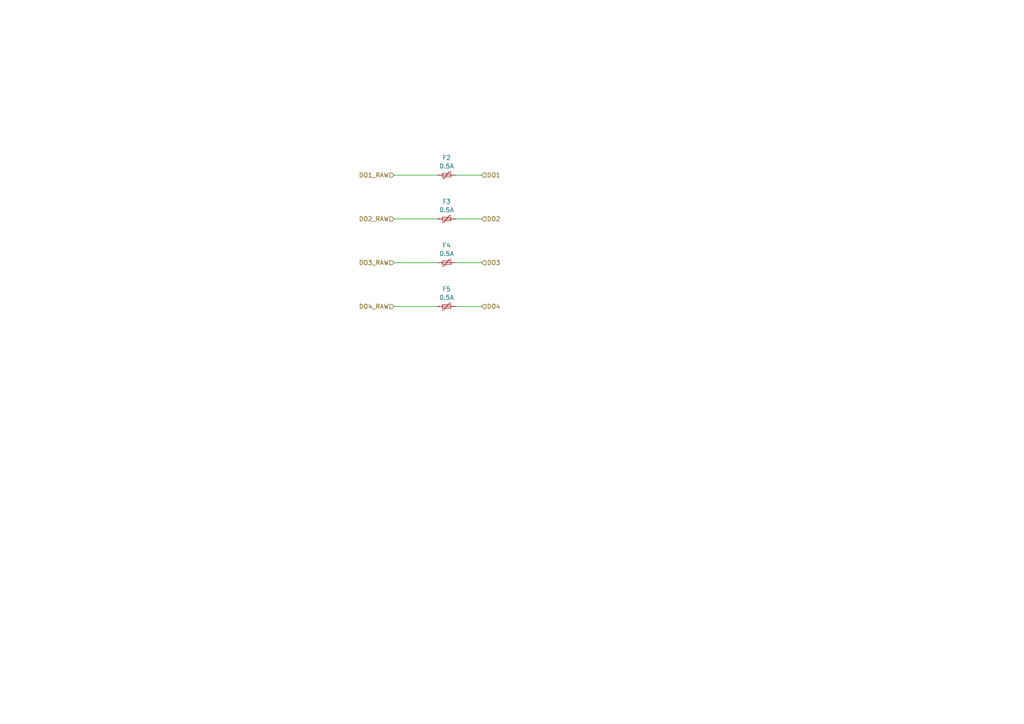
<source format=kicad_sch>
(kicad_sch (version 20231120) (generator "eeschema") (generator_version "8.0")
  (paper "A4")
  (title_block (title "CANBoard-Base") (date "2024-07-13") (rev "v1") (company "Dingo Electronics") (comment 1 "github.com/corygrant") (comment 2 "Cory Grant"))
  (lib_symbols
    (symbol "Device:Polyfuse_Small" (pin_numbers hide) (pin_names (offset 0))
      (property "Reference" "F" (at -1.905 0 90))
      (property "Value" "Polyfuse_Small" (at 1.905 0 90))
      (symbol "Polyfuse_Small_0_1"
        (rectangle (start -0.508 1.27) (end 0.508 -1.27))
        (polyline (pts (xy 0 2.54) (xy 0 -2.54)))
        (polyline (pts (xy -1.016 1.27) (xy -1.016 0.762) (xy 1.016 -0.762) (xy 1.016 -1.27)))
      )
      (symbol "Polyfuse_Small_1_1"
        (pin passive line (at 0 2.54 270) (length 0.635) (name "~") (number "1"))
        (pin passive line (at 0 -2.54 90) (length 0.635) (name "~") (number "2"))
      )
    )
  )
  (wire (pts (xy 114.3 50.8) (xy 127 50.8)))
  (wire (pts (xy 132.08 50.8) (xy 139.7 50.8)))
  (wire (pts (xy 114.3 76.2) (xy 127 76.2)))
  (wire (pts (xy 132.08 63.5) (xy 139.7 63.5)))
  (wire (pts (xy 114.3 88.9) (xy 127 88.9)))
  (wire (pts (xy 132.08 76.2) (xy 139.7 76.2)))
  (wire (pts (xy 114.3 63.5) (xy 127 63.5)))
  (wire (pts (xy 132.08 88.9) (xy 139.7 88.9)))
  (hierarchical_label "DO2_RAW" (shape input) (at 114.3 63.5 180))
  (hierarchical_label "DO4_RAW" (shape input) (at 114.3 88.9 180))
  (hierarchical_label "DO1_RAW" (shape input) (at 114.3 50.8 180))
  (hierarchical_label "DO2" (shape input) (at 139.7 63.5 0))
  (hierarchical_label "DO3" (shape input) (at 139.7 76.2 0))
  (hierarchical_label "DO4" (shape input) (at 139.7 88.9 0))
  (hierarchical_label "DO3_RAW" (shape input) (at 114.3 76.2 180))
  (hierarchical_label "DO1" (shape input) (at 139.7 50.8 0))
  (symbol (lib_id "Device:Polyfuse_Small") (at 129.54 76.2 90) (unit 1)
    (property "Reference" "F4" (at 129.54 71.1667 90))
    (property "Value" "0.5A" (at 129.54 73.5909 90))
    (property "Footprint" "Fuse:Fuse_0805_2012Metric" (effects (hide yes)))
  )
  (symbol (lib_id "Device:Polyfuse_Small") (at 129.54 88.9 90) (unit 1)
    (property "Reference" "F5" (at 129.54 83.8667 90))
    (property "Value" "0.5A" (at 129.54 86.2909 90))
    (property "Footprint" "Fuse:Fuse_0805_2012Metric" (effects (hide yes)))
  )
  (symbol (lib_id "Device:Polyfuse_Small") (at 129.54 63.5 90) (unit 1)
    (property "Reference" "F3" (at 129.54 58.4667 90))
    (property "Value" "0.5A" (at 129.54 60.8909 90))
    (property "Footprint" "Fuse:Fuse_0805_2012Metric" (effects (hide yes)))
  )
  (symbol (lib_id "Device:Polyfuse_Small") (at 129.54 50.8 90) (unit 1)
    (property "Reference" "F2" (at 129.54 45.7667 90))
    (property "Value" "0.5A" (at 129.54 48.1909 90))
    (property "Footprint" "Fuse:Fuse_0805_2012Metric" (effects (hide yes)))
  )
)
</source>
